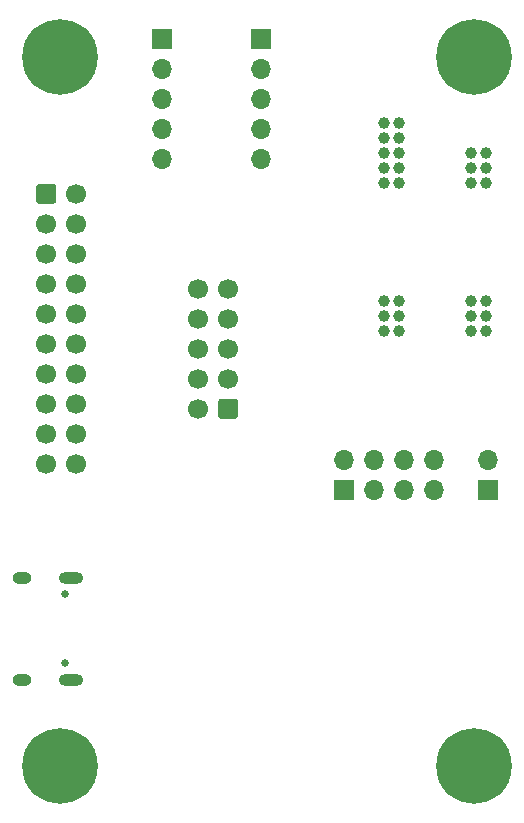
<source format=gbs>
G04 #@! TF.GenerationSoftware,KiCad,Pcbnew,(5.1.10)-1*
G04 #@! TF.CreationDate,2021-10-05T03:14:11+03:00*
G04 #@! TF.ProjectId,programming_board,70726f67-7261-46d6-9d69-6e675f626f61,rev?*
G04 #@! TF.SameCoordinates,Original*
G04 #@! TF.FileFunction,Soldermask,Bot*
G04 #@! TF.FilePolarity,Negative*
%FSLAX46Y46*%
G04 Gerber Fmt 4.6, Leading zero omitted, Abs format (unit mm)*
G04 Created by KiCad (PCBNEW (5.1.10)-1) date 2021-10-05 03:14:11*
%MOMM*%
%LPD*%
G01*
G04 APERTURE LIST*
%ADD10C,1.000000*%
%ADD11C,1.700000*%
%ADD12O,1.700000X1.700000*%
%ADD13R,1.700000X1.700000*%
%ADD14O,2.100000X1.000000*%
%ADD15C,0.650000*%
%ADD16O,1.600000X1.000000*%
%ADD17C,0.800000*%
%ADD18C,6.400000*%
G04 APERTURE END LIST*
D10*
X189400000Y-68660000D03*
X190670000Y-68660000D03*
X189400000Y-69930000D03*
X190670000Y-69930000D03*
X189400000Y-71200000D03*
X190670000Y-71200000D03*
X189400000Y-53620000D03*
X190670000Y-53620000D03*
X189400000Y-54890000D03*
X190670000Y-54890000D03*
X189400000Y-56160000D03*
X190670000Y-56160000D03*
X189400000Y-57430000D03*
X190670000Y-57430000D03*
X189400000Y-58700000D03*
X190670000Y-58700000D03*
X196800000Y-56160000D03*
X198070000Y-56160000D03*
X196800000Y-57430000D03*
X198070000Y-57430000D03*
X196800000Y-58700000D03*
X198070000Y-58700000D03*
D11*
X163340000Y-82460000D03*
X163340000Y-79920000D03*
X163340000Y-77380000D03*
X163340000Y-74840000D03*
X163340000Y-72300000D03*
X163340000Y-69760000D03*
X163340000Y-67220000D03*
X163340000Y-64680000D03*
X163340000Y-62140000D03*
X163340000Y-59600000D03*
X160800000Y-82460000D03*
X160800000Y-79920000D03*
X160800000Y-77380000D03*
X160800000Y-74840000D03*
X160800000Y-72300000D03*
X160800000Y-69760000D03*
X160800000Y-67220000D03*
X160800000Y-64680000D03*
X160800000Y-62140000D03*
G36*
G01*
X159950000Y-60200000D02*
X159950000Y-59000000D01*
G75*
G02*
X160200000Y-58750000I250000J0D01*
G01*
X161400000Y-58750000D01*
G75*
G02*
X161650000Y-59000000I0J-250000D01*
G01*
X161650000Y-60200000D01*
G75*
G02*
X161400000Y-60450000I-250000J0D01*
G01*
X160200000Y-60450000D01*
G75*
G02*
X159950000Y-60200000I0J250000D01*
G01*
G37*
D10*
X196800000Y-68660000D03*
X198070000Y-68660000D03*
X196800000Y-69930000D03*
X198070000Y-69930000D03*
X196800000Y-71200000D03*
X198070000Y-71200000D03*
D12*
X198200000Y-82100000D03*
D13*
X198200000Y-84640000D03*
D14*
X162930000Y-100720000D03*
X162930000Y-92080000D03*
D15*
X162400000Y-93510000D03*
D16*
X158750000Y-92080000D03*
D15*
X162400000Y-99290000D03*
D16*
X158750000Y-100720000D03*
D12*
X179000000Y-56660000D03*
X179000000Y-54120000D03*
X179000000Y-51580000D03*
X179000000Y-49040000D03*
D13*
X179000000Y-46500000D03*
D12*
X170600000Y-56660000D03*
X170600000Y-54120000D03*
X170600000Y-51580000D03*
X170600000Y-49040000D03*
D13*
X170600000Y-46500000D03*
D11*
X173660000Y-67640000D03*
X173660000Y-70180000D03*
X173660000Y-72720000D03*
X173660000Y-75260000D03*
X173660000Y-77800000D03*
X176200000Y-67640000D03*
X176200000Y-70180000D03*
X176200000Y-72720000D03*
X176200000Y-75260000D03*
G36*
G01*
X177050000Y-77200000D02*
X177050000Y-78400000D01*
G75*
G02*
X176800000Y-78650000I-250000J0D01*
G01*
X175600000Y-78650000D01*
G75*
G02*
X175350000Y-78400000I0J250000D01*
G01*
X175350000Y-77200000D01*
G75*
G02*
X175600000Y-76950000I250000J0D01*
G01*
X176800000Y-76950000D01*
G75*
G02*
X177050000Y-77200000I0J-250000D01*
G01*
G37*
D12*
X193620000Y-82160000D03*
X193620000Y-84700000D03*
X191080000Y-82160000D03*
X191080000Y-84700000D03*
X188540000Y-82160000D03*
X188540000Y-84700000D03*
X186000000Y-82160000D03*
D13*
X186000000Y-84700000D03*
D17*
X195302944Y-106302944D03*
X194600000Y-108000000D03*
X195302944Y-109697056D03*
X197000000Y-110400000D03*
X198697056Y-109697056D03*
X199400000Y-108000000D03*
X198697056Y-106302944D03*
X197000000Y-105600000D03*
D18*
X197000000Y-108000000D03*
D17*
X198697056Y-46302944D03*
X197000000Y-45600000D03*
X195302944Y-46302944D03*
X194600000Y-48000000D03*
X195302944Y-49697056D03*
X197000000Y-50400000D03*
X198697056Y-49697056D03*
X199400000Y-48000000D03*
D18*
X197000000Y-48000000D03*
D17*
X160302944Y-106302944D03*
X159600000Y-108000000D03*
X160302944Y-109697056D03*
X162000000Y-110400000D03*
X163697056Y-109697056D03*
X164400000Y-108000000D03*
X163697056Y-106302944D03*
X162000000Y-105600000D03*
D18*
X162000000Y-108000000D03*
D17*
X163697056Y-46302944D03*
X162000000Y-45600000D03*
X160302944Y-46302944D03*
X159600000Y-48000000D03*
X160302944Y-49697056D03*
X162000000Y-50400000D03*
X163697056Y-49697056D03*
X164400000Y-48000000D03*
D18*
X162000000Y-48000000D03*
M02*

</source>
